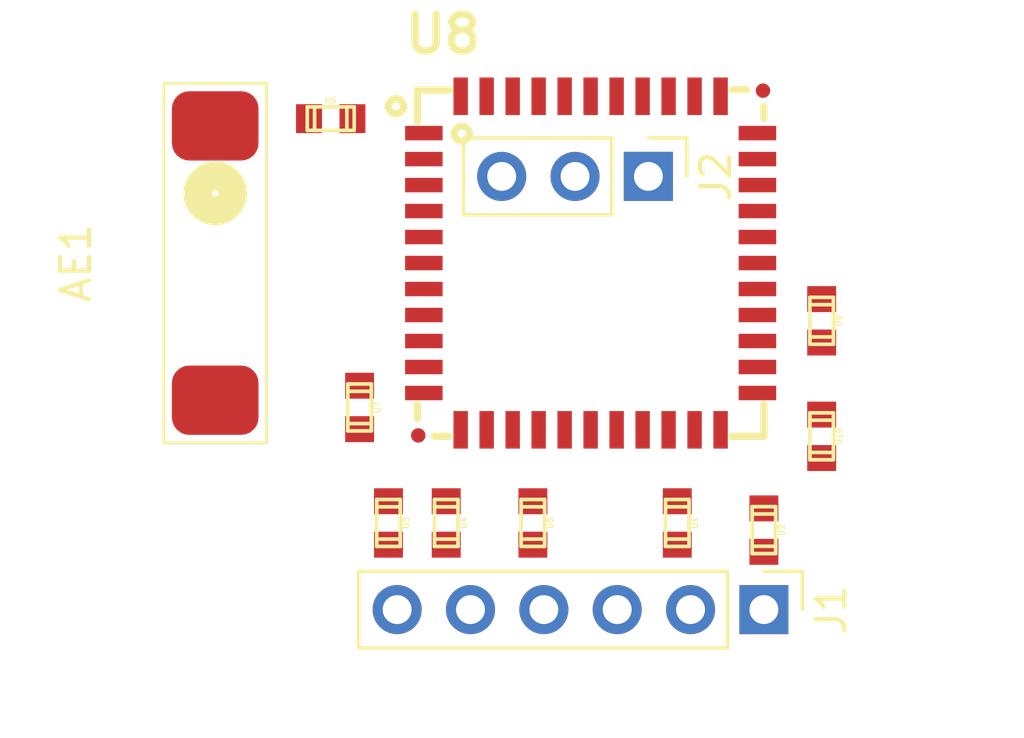
<source format=kicad_pcb>
(kicad_pcb (version 20171130) (host pcbnew 5.1.5-52549c5~86~ubuntu18.04.1)

  (general
    (thickness 1.6)
    (drawings 0)
    (tracks 0)
    (zones 0)
    (modules 13)
    (nets 17)
  )

  (page A4)
  (layers
    (0 F.Cu signal)
    (31 B.Cu signal)
    (32 B.Adhes user)
    (33 F.Adhes user)
    (34 B.Paste user)
    (35 F.Paste user)
    (36 B.SilkS user)
    (37 F.SilkS user)
    (38 B.Mask user)
    (39 F.Mask user)
    (40 Dwgs.User user)
    (41 Cmts.User user)
    (42 Eco1.User user)
    (43 Eco2.User user)
    (44 Edge.Cuts user)
    (45 Margin user)
    (46 B.CrtYd user)
    (47 F.CrtYd user)
    (48 B.Fab user)
    (49 F.Fab user)
  )

  (setup
    (last_trace_width 0.25)
    (trace_clearance 0.2)
    (zone_clearance 0.508)
    (zone_45_only no)
    (trace_min 0.2)
    (via_size 0.8)
    (via_drill 0.4)
    (via_min_size 0.4)
    (via_min_drill 0.3)
    (uvia_size 0.3)
    (uvia_drill 0.1)
    (uvias_allowed no)
    (uvia_min_size 0.2)
    (uvia_min_drill 0.1)
    (edge_width 0.05)
    (segment_width 0.2)
    (pcb_text_width 0.3)
    (pcb_text_size 1.5 1.5)
    (mod_edge_width 0.12)
    (mod_text_size 1 1)
    (mod_text_width 0.15)
    (pad_size 1.524 1.524)
    (pad_drill 0.762)
    (pad_to_mask_clearance 0.051)
    (solder_mask_min_width 0.25)
    (aux_axis_origin 0 0)
    (visible_elements FFFFFF7F)
    (pcbplotparams
      (layerselection 0x010fc_ffffffff)
      (usegerberextensions false)
      (usegerberattributes false)
      (usegerberadvancedattributes false)
      (creategerberjobfile false)
      (excludeedgelayer true)
      (linewidth 1.000000)
      (plotframeref false)
      (viasonmask false)
      (mode 1)
      (useauxorigin false)
      (hpglpennumber 1)
      (hpglpenspeed 20)
      (hpglpendiameter 15.000000)
      (psnegative false)
      (psa4output false)
      (plotreference true)
      (plotvalue true)
      (plotinvisibletext false)
      (padsonsilk false)
      (subtractmaskfromsilk false)
      (outputformat 1)
      (mirror false)
      (drillshape 1)
      (scaleselection 1)
      (outputdirectory ""))
  )

  (net 0 "")
  (net 1 "Net-(AE1-Pad1)")
  (net 2 /SDC1_D2)
  (net 3 /SDC1_D3)
  (net 4 /SDC1_CMD)
  (net 5 /SDC1_CLK)
  (net 6 /SDC1_D0)
  (net 7 /SDC1_D1)
  (net 8 "Net-(J2-Pad3)")
  (net 9 "Net-(J2-Pad2)")
  (net 10 "Net-(J2-Pad1)")
  (net 11 +3V3)
  (net 12 "Net-(U6-Pad1)")
  (net 13 "Net-(U7-Pad1)")
  (net 14 GND)
  (net 15 "Net-(U8-Pad34)")
  (net 16 "Net-(U10-Pad2)")

  (net_class Default "This is the default net class."
    (clearance 0.2)
    (trace_width 0.25)
    (via_dia 0.8)
    (via_drill 0.4)
    (uvia_dia 0.3)
    (uvia_drill 0.1)
    (add_net +3V3)
    (add_net /BT_H_WK)
    (add_net /BT_WK)
    (add_net /SDC1_CLK)
    (add_net /SDC1_CMD)
    (add_net /SDC1_D0)
    (add_net /SDC1_D1)
    (add_net /SDC1_D2)
    (add_net /SDC1_D3)
    (add_net /WL_H_WK)
    (add_net GND)
    (add_net "Net-(AE1-Pad1)")
    (add_net "Net-(J2-Pad1)")
    (add_net "Net-(J2-Pad2)")
    (add_net "Net-(J2-Pad3)")
    (add_net "Net-(U10-Pad2)")
    (add_net "Net-(U6-Pad1)")
    (add_net "Net-(U7-Pad1)")
    (add_net "Net-(U8-Pad10)")
    (add_net "Net-(U8-Pad11)")
    (add_net "Net-(U8-Pad21)")
    (add_net "Net-(U8-Pad24)")
    (add_net "Net-(U8-Pad25)")
    (add_net "Net-(U8-Pad26)")
    (add_net "Net-(U8-Pad27)")
    (add_net "Net-(U8-Pad28)")
    (add_net "Net-(U8-Pad29)")
    (add_net "Net-(U8-Pad30)")
    (add_net "Net-(U8-Pad32)")
    (add_net "Net-(U8-Pad34)")
    (add_net "Net-(U8-Pad35)")
    (add_net "Net-(U8-Pad37)")
    (add_net "Net-(U8-Pad38)")
    (add_net "Net-(U8-Pad39)")
    (add_net "Net-(U8-Pad4)")
    (add_net "Net-(U8-Pad40)")
    (add_net "Net-(U8-Pad5)")
    (add_net "Net-(U8-Pad8)")
  )

  (module w_smd_resistors:r_0603 (layer F.Cu) (tedit 0) (tstamp 5EA47BF3)
    (at 37 25 270)
    (descr "SMT resistor, 0603")
    (path /5E5944D4)
    (fp_text reference U10 (at 0 -0.6096 90) (layer F.SilkS)
      (effects (font (size 0.20066 0.20066) (thickness 0.04064)))
    )
    (fp_text value "10KΩ,(1002),±1%,0603,C25804" (at 0 0.6096 90) (layer F.SilkS) hide
      (effects (font (size 0.20066 0.20066) (thickness 0.04064)))
    )
    (fp_line (start -0.8128 0.4064) (end -0.8128 -0.4064) (layer F.SilkS) (width 0.127))
    (fp_line (start 0.8128 0.4064) (end -0.8128 0.4064) (layer F.SilkS) (width 0.127))
    (fp_line (start 0.8128 -0.4064) (end 0.8128 0.4064) (layer F.SilkS) (width 0.127))
    (fp_line (start -0.8128 -0.4064) (end 0.8128 -0.4064) (layer F.SilkS) (width 0.127))
    (fp_line (start -0.5588 -0.381) (end -0.5588 0.4064) (layer F.SilkS) (width 0.127))
    (fp_line (start 0.5588 0.4064) (end 0.5588 -0.4064) (layer F.SilkS) (width 0.127))
    (pad 2 smd rect (at -0.75184 0 270) (size 0.89916 1.00076) (layers F.Cu F.Paste F.Mask)
      (net 16 "Net-(U10-Pad2)"))
    (pad 1 smd rect (at 0.75184 0 270) (size 0.89916 1.00076) (layers F.Cu F.Paste F.Mask)
      (net 11 +3V3))
    (model ${HOME}/_workspace/kicad/kicad_library/smisioto-footprints/modules/packages3d/walter/smd_resistors/r_0603.wrl
      (at (xyz 0 0 0))
      (scale (xyz 1 1 1))
      (rotate (xyz 0 0 0))
    )
  )

  (module w_smd_resistors:r_0603 (layer F.Cu) (tedit 0) (tstamp 5EA47E81)
    (at 37 21 270)
    (descr "SMT resistor, 0603")
    (path /5E5B14A7)
    (fp_text reference U9 (at 0 -0.6096 90) (layer F.SilkS)
      (effects (font (size 0.20066 0.20066) (thickness 0.04064)))
    )
    (fp_text value "100KΩ,(1003),±1%,0603,C25803" (at 0 0.6096 90) (layer F.SilkS) hide
      (effects (font (size 0.20066 0.20066) (thickness 0.04064)))
    )
    (fp_line (start -0.8128 0.4064) (end -0.8128 -0.4064) (layer F.SilkS) (width 0.127))
    (fp_line (start 0.8128 0.4064) (end -0.8128 0.4064) (layer F.SilkS) (width 0.127))
    (fp_line (start 0.8128 -0.4064) (end 0.8128 0.4064) (layer F.SilkS) (width 0.127))
    (fp_line (start -0.8128 -0.4064) (end 0.8128 -0.4064) (layer F.SilkS) (width 0.127))
    (fp_line (start -0.5588 -0.381) (end -0.5588 0.4064) (layer F.SilkS) (width 0.127))
    (fp_line (start 0.5588 0.4064) (end 0.5588 -0.4064) (layer F.SilkS) (width 0.127))
    (pad 2 smd rect (at -0.75184 0 270) (size 0.89916 1.00076) (layers F.Cu F.Paste F.Mask)
      (net 15 "Net-(U8-Pad34)"))
    (pad 1 smd rect (at 0.75184 0 270) (size 0.89916 1.00076) (layers F.Cu F.Paste F.Mask)
      (net 11 +3V3))
    (model ${HOME}/_workspace/kicad/kicad_library/smisioto-footprints/modules/packages3d/walter/smd_resistors/r_0603.wrl
      (at (xyz 0 0 0))
      (scale (xyz 1 1 1))
      (rotate (xyz 0 0 0))
    )
  )

  (module "footprint-lib:RL-SM02BD(RTL8723BS)" (layer F.Cu) (tedit 56976471) (tstamp 5EA47BDB)
    (at 29 19)
    (path /5E58D194)
    (attr smd)
    (fp_text reference U8 (at -5.11 -7.92) (layer F.SilkS)
      (effects (font (size 1.27 1.27) (thickness 0.254)))
    )
    (fp_text value RTL8723BS (at 0.39 8.94) (layer F.Fab)
      (effects (font (size 1.27 1.27) (thickness 0.254)))
    )
    (fp_text user "Rotation Still NOT Checked!!!" (at 0.762 11.684) (layer F.Adhes)
      (effects (font (size 1.27 1.27) (thickness 0.254)))
    )
    (fp_line (start -5.13 5.13) (end -5.13 -5.13) (layer F.Fab) (width 0.254))
    (fp_line (start 5.13 5.13) (end -5.13 5.13) (layer F.Fab) (width 0.254))
    (fp_line (start 5.13 -5.13) (end 5.13 5.13) (layer F.Fab) (width 0.254))
    (fp_line (start -5.13 -5.13) (end 5.13 -5.13) (layer F.Fab) (width 0.254))
    (fp_text user "With the Plastic Feeder!" (at 1.016 13.843) (layer F.Adhes)
      (effects (font (size 1.27 1.27) (thickness 0.254)))
    )
    (fp_line (start -6 -5.99) (end -4.89 -5.99) (layer F.SilkS) (width 0.254))
    (fp_line (start -6 -5.99) (end -6 -4.89) (layer F.SilkS) (width 0.254))
    (fp_line (start 6 6) (end 6 4.89) (layer F.SilkS) (width 0.254))
    (fp_line (start 6 6) (end 4.89 6) (layer F.SilkS) (width 0.254))
    (fp_circle (center -4.46 -4.48) (end -4.21 -4.56) (layer F.SilkS) (width 0.254))
    (fp_circle (center -6.74 -5.43) (end -6.49 -5.51) (layer F.SilkS) (width 0.254))
    (fp_line (start -5.41 6) (end -4.91 6) (layer F.SilkS) (width 0.254))
    (fp_line (start -6 4.9) (end -6 5.39) (layer F.SilkS) (width 0.254))
    (fp_line (start 6 -5) (end 6 -5.42) (layer F.SilkS) (width 0.254))
    (fp_line (start 4.92 -6) (end 5.41 -6) (layer F.SilkS) (width 0.254))
    (pad FID1 smd circle (at -5.969 5.969 270) (size 0.5 0.5) (layers F.Cu F.Mask)
      (solder_mask_margin 0.05))
    (pad 44 smd rect (at -4.5 -5.775 270) (size 1.3 0.5) (layers F.Cu F.Paste F.Mask)
      (net 8 "Net-(J2-Pad3)") (solder_mask_margin 0.05))
    (pad 43 smd rect (at -3.6 -5.775 270) (size 1.3 0.5) (layers F.Cu F.Paste F.Mask)
      (net 9 "Net-(J2-Pad2)") (solder_mask_margin 0.05))
    (pad 42 smd rect (at -2.7 -5.775 270) (size 1.3 0.5) (layers F.Cu F.Paste F.Mask)
      (net 10 "Net-(J2-Pad1)") (solder_mask_margin 0.05))
    (pad 41 smd rect (at -1.8 -5.775 270) (size 1.3 0.5) (layers F.Cu F.Paste F.Mask)
      (net 14 GND) (solder_mask_margin 0.05))
    (pad 40 smd rect (at -0.9 -5.775 270) (size 1.3 0.5) (layers F.Cu F.Paste F.Mask)
      (solder_mask_margin 0.05))
    (pad 39 smd rect (at 0 -5.775 270) (size 1.3 0.5) (layers F.Cu F.Paste F.Mask)
      (solder_mask_margin 0.05))
    (pad 38 smd rect (at 0.9 -5.775 270) (size 1.3 0.5) (layers F.Cu F.Paste F.Mask)
      (solder_mask_margin 0.05))
    (pad 37 smd rect (at 1.8 -5.775 270) (size 1.3 0.5) (layers F.Cu F.Paste F.Mask)
      (solder_mask_margin 0.05))
    (pad 36 smd rect (at 2.7 -5.775 270) (size 1.3 0.5) (layers F.Cu F.Paste F.Mask)
      (net 14 GND) (solder_mask_margin 0.05))
    (pad 35 smd rect (at 3.6 -5.775 270) (size 1.3 0.5) (layers F.Cu F.Paste F.Mask)
      (solder_mask_margin 0.05))
    (pad 34 smd rect (at 4.5 -5.775 270) (size 1.3 0.5) (layers F.Cu F.Paste F.Mask)
      (net 15 "Net-(U8-Pad34)") (solder_mask_margin 0.05))
    (pad 33 smd rect (at 5.775 -4.5 180) (size 1.3 0.5) (layers F.Cu F.Paste F.Mask)
      (net 14 GND) (solder_mask_margin 0.05))
    (pad 32 smd rect (at 5.775 -3.6 180) (size 1.3 0.5) (layers F.Cu F.Paste F.Mask)
      (solder_mask_margin 0.05))
    (pad 31 smd rect (at 5.775 -2.7 180) (size 1.3 0.5) (layers F.Cu F.Paste F.Mask)
      (net 14 GND) (solder_mask_margin 0.05))
    (pad 30 smd rect (at 5.775 -1.8 180) (size 1.3 0.5) (layers F.Cu F.Paste F.Mask)
      (solder_mask_margin 0.05))
    (pad 29 smd rect (at 5.775 -0.9 180) (size 1.3 0.5) (layers F.Cu F.Paste F.Mask)
      (solder_mask_margin 0.05))
    (pad 28 smd rect (at 5.775 0 180) (size 1.3 0.5) (layers F.Cu F.Paste F.Mask)
      (solder_mask_margin 0.05))
    (pad 27 smd rect (at 5.775 0.9 180) (size 1.3 0.5) (layers F.Cu F.Paste F.Mask)
      (solder_mask_margin 0.05))
    (pad 26 smd rect (at 5.775 1.8 180) (size 1.3 0.5) (layers F.Cu F.Paste F.Mask)
      (solder_mask_margin 0.05))
    (pad 25 smd rect (at 5.775 2.7 180) (size 1.3 0.5) (layers F.Cu F.Paste F.Mask)
      (solder_mask_margin 0.05))
    (pad 24 smd rect (at 5.775 3.6 180) (size 1.3 0.5) (layers F.Cu F.Paste F.Mask)
      (solder_mask_margin 0.05))
    (pad 23 smd rect (at 5.775 4.5 180) (size 1.3 0.5) (layers F.Cu F.Paste F.Mask)
      (net 16 "Net-(U10-Pad2)") (solder_mask_margin 0.05))
    (pad 22 smd rect (at 4.5 5.775 90) (size 1.3 0.5) (layers F.Cu F.Paste F.Mask)
      (net 11 +3V3) (solder_mask_margin 0.05))
    (pad 21 smd rect (at 3.6 5.775 90) (size 1.3 0.5) (layers F.Cu F.Paste F.Mask)
      (solder_mask_margin 0.05))
    (pad 20 smd rect (at 2.7 5.775 90) (size 1.3 0.5) (layers F.Cu F.Paste F.Mask)
      (net 14 GND) (solder_mask_margin 0.05))
    (pad 19 smd rect (at 1.8 5.775 90) (size 1.3 0.5) (layers F.Cu F.Paste F.Mask)
      (net 7 /SDC1_D1) (solder_mask_margin 0.05))
    (pad 18 smd rect (at 0.9 5.775 90) (size 1.3 0.5) (layers F.Cu F.Paste F.Mask)
      (net 6 /SDC1_D0) (solder_mask_margin 0.05))
    (pad 17 smd rect (at 0 5.775 90) (size 1.3 0.5) (layers F.Cu F.Paste F.Mask)
      (net 5 /SDC1_CLK) (solder_mask_margin 0.05))
    (pad 16 smd rect (at -0.9 5.775 90) (size 1.3 0.5) (layers F.Cu F.Paste F.Mask)
      (net 4 /SDC1_CMD) (solder_mask_margin 0.05))
    (pad 15 smd rect (at -1.8 5.775 90) (size 1.3 0.5) (layers F.Cu F.Paste F.Mask)
      (net 3 /SDC1_D3) (solder_mask_margin 0.05))
    (pad 14 smd rect (at -2.7 5.775 90) (size 1.3 0.5) (layers F.Cu F.Paste F.Mask)
      (net 2 /SDC1_D2) (solder_mask_margin 0.05))
    (pad 13 smd rect (at -3.6 5.775 90) (size 1.3 0.5) (layers F.Cu F.Paste F.Mask)
      (solder_mask_margin 0.05))
    (pad 12 smd rect (at -4.5 5.775 90) (size 1.3 0.5) (layers F.Cu F.Paste F.Mask)
      (net 13 "Net-(U7-Pad1)") (solder_mask_margin 0.05))
    (pad 11 smd rect (at -5.775 4.5) (size 1.3 0.5) (layers F.Cu F.Paste F.Mask)
      (solder_mask_margin 0.05))
    (pad 10 smd rect (at -5.775 3.6) (size 1.3 0.5) (layers F.Cu F.Paste F.Mask)
      (solder_mask_margin 0.05))
    (pad 9 smd rect (at -5.775 2.7) (size 1.3 0.5) (layers F.Cu F.Paste F.Mask)
      (net 11 +3V3) (solder_mask_margin 0.05))
    (pad 8 smd rect (at -5.775 1.8) (size 1.3 0.5) (layers F.Cu F.Paste F.Mask)
      (solder_mask_margin 0.05))
    (pad 7 smd rect (at -5.775 0.9) (size 1.3 0.5) (layers F.Cu F.Paste F.Mask)
      (solder_mask_margin 0.05))
    (pad 6 smd rect (at -5.775 0) (size 1.3 0.5) (layers F.Cu F.Paste F.Mask)
      (solder_mask_margin 0.05))
    (pad 5 smd rect (at -5.775 -0.9) (size 1.3 0.5) (layers F.Cu F.Paste F.Mask)
      (solder_mask_margin 0.05))
    (pad 4 smd rect (at -5.775 -1.8) (size 1.3 0.5) (layers F.Cu F.Paste F.Mask)
      (solder_mask_margin 0.05))
    (pad 3 smd rect (at -5.775 -2.7) (size 1.3 0.5) (layers F.Cu F.Paste F.Mask)
      (net 14 GND) (solder_mask_margin 0.05))
    (pad 2 smd rect (at -5.775 -3.6) (size 1.3 0.5) (layers F.Cu F.Paste F.Mask)
      (net 12 "Net-(U6-Pad1)") (solder_mask_margin 0.05))
    (pad 1 smd rect (at -5.775 -4.5) (size 1.3 0.5) (layers F.Cu F.Paste F.Mask)
      (net 14 GND) (solder_mask_margin 0.05))
    (pad FID2 smd circle (at 5.969 -5.969 270) (size 0.5 0.5) (layers F.Cu F.Mask)
      (solder_mask_margin 0.05))
  )

  (module w_smd_resistors:r_0603 (layer F.Cu) (tedit 0) (tstamp 5EA47B99)
    (at 21 24 270)
    (descr "SMT resistor, 0603")
    (path /5E5B5081)
    (fp_text reference U7 (at 0 -0.6096 90) (layer F.SilkS)
      (effects (font (size 0.20066 0.20066) (thickness 0.04064)))
    )
    (fp_text value "100KΩ,(1003),±1%,0603,C25803" (at 0 0.6096 90) (layer F.SilkS) hide
      (effects (font (size 0.20066 0.20066) (thickness 0.04064)))
    )
    (fp_line (start -0.8128 0.4064) (end -0.8128 -0.4064) (layer F.SilkS) (width 0.127))
    (fp_line (start 0.8128 0.4064) (end -0.8128 0.4064) (layer F.SilkS) (width 0.127))
    (fp_line (start 0.8128 -0.4064) (end 0.8128 0.4064) (layer F.SilkS) (width 0.127))
    (fp_line (start -0.8128 -0.4064) (end 0.8128 -0.4064) (layer F.SilkS) (width 0.127))
    (fp_line (start -0.5588 -0.381) (end -0.5588 0.4064) (layer F.SilkS) (width 0.127))
    (fp_line (start 0.5588 0.4064) (end 0.5588 -0.4064) (layer F.SilkS) (width 0.127))
    (pad 2 smd rect (at -0.75184 0 270) (size 0.89916 1.00076) (layers F.Cu F.Paste F.Mask)
      (net 11 +3V3))
    (pad 1 smd rect (at 0.75184 0 270) (size 0.89916 1.00076) (layers F.Cu F.Paste F.Mask)
      (net 13 "Net-(U7-Pad1)"))
    (model ${HOME}/_workspace/kicad/kicad_library/smisioto-footprints/modules/packages3d/walter/smd_resistors/r_0603.wrl
      (at (xyz 0 0 0))
      (scale (xyz 1 1 1))
      (rotate (xyz 0 0 0))
    )
  )

  (module w_smd_cap:c_0603 (layer F.Cu) (tedit 0) (tstamp 5EA47B8D)
    (at 20 14)
    (descr "SMT capacitor, 0603")
    (path /5E5E0713)
    (fp_text reference U6 (at 0 -0.635) (layer F.SilkS)
      (effects (font (size 0.20066 0.20066) (thickness 0.04064)))
    )
    (fp_text value "33pF,(330),±5%,50V,C0G,0603,C1663" (at 0 0.635) (layer F.SilkS) hide
      (effects (font (size 0.20066 0.20066) (thickness 0.04064)))
    )
    (fp_line (start -0.8128 0.4064) (end -0.8128 -0.4064) (layer F.SilkS) (width 0.127))
    (fp_line (start 0.8128 0.4064) (end -0.8128 0.4064) (layer F.SilkS) (width 0.127))
    (fp_line (start 0.8128 -0.4064) (end 0.8128 0.4064) (layer F.SilkS) (width 0.127))
    (fp_line (start -0.8128 -0.4064) (end 0.8128 -0.4064) (layer F.SilkS) (width 0.127))
    (fp_line (start -0.5588 -0.381) (end -0.5588 0.4064) (layer F.SilkS) (width 0.127))
    (fp_line (start 0.5588 0.4064) (end 0.5588 -0.4064) (layer F.SilkS) (width 0.127))
    (pad 2 smd rect (at -0.75184 0) (size 0.89916 1.00076) (layers F.Cu F.Paste F.Mask)
      (net 1 "Net-(AE1-Pad1)"))
    (pad 1 smd rect (at 0.75184 0) (size 0.89916 1.00076) (layers F.Cu F.Paste F.Mask)
      (net 12 "Net-(U6-Pad1)"))
    (model ${HOME}/_workspace/kicad/kicad_library/smisioto-footprints/modules/packages3d/walter/smd_cap/c_0603.wrl
      (at (xyz 0 0 0))
      (scale (xyz 1 1 1))
      (rotate (xyz 0 0 0))
    )
  )

  (module w_smd_resistors:r_0603 (layer F.Cu) (tedit 0) (tstamp 5EA4852C)
    (at 27 28 270)
    (descr "SMT resistor, 0603")
    (path /5E5A31FD)
    (fp_text reference U5 (at 0 -0.6096 90) (layer F.SilkS)
      (effects (font (size 0.20066 0.20066) (thickness 0.04064)))
    )
    (fp_text value "47KΩ,(4702),±1%,0603,C25819" (at 0 0.6096 90) (layer F.SilkS) hide
      (effects (font (size 0.20066 0.20066) (thickness 0.04064)))
    )
    (fp_line (start -0.8128 0.4064) (end -0.8128 -0.4064) (layer F.SilkS) (width 0.127))
    (fp_line (start 0.8128 0.4064) (end -0.8128 0.4064) (layer F.SilkS) (width 0.127))
    (fp_line (start 0.8128 -0.4064) (end 0.8128 0.4064) (layer F.SilkS) (width 0.127))
    (fp_line (start -0.8128 -0.4064) (end 0.8128 -0.4064) (layer F.SilkS) (width 0.127))
    (fp_line (start -0.5588 -0.381) (end -0.5588 0.4064) (layer F.SilkS) (width 0.127))
    (fp_line (start 0.5588 0.4064) (end 0.5588 -0.4064) (layer F.SilkS) (width 0.127))
    (pad 2 smd rect (at -0.75184 0 270) (size 0.89916 1.00076) (layers F.Cu F.Paste F.Mask)
      (net 11 +3V3))
    (pad 1 smd rect (at 0.75184 0 270) (size 0.89916 1.00076) (layers F.Cu F.Paste F.Mask)
      (net 4 /SDC1_CMD))
    (model ${HOME}/_workspace/kicad/kicad_library/smisioto-footprints/modules/packages3d/walter/smd_resistors/r_0603.wrl
      (at (xyz 0 0 0))
      (scale (xyz 1 1 1))
      (rotate (xyz 0 0 0))
    )
  )

  (module w_smd_resistors:r_0603 (layer F.Cu) (tedit 0) (tstamp 5EA47B75)
    (at 24 28 270)
    (descr "SMT resistor, 0603")
    (path /5E5A302E)
    (fp_text reference U4 (at 0 -0.6096 90) (layer F.SilkS)
      (effects (font (size 0.20066 0.20066) (thickness 0.04064)))
    )
    (fp_text value "47KΩ,(4702),±1%,0603,C25819" (at 0 0.6096 90) (layer F.SilkS) hide
      (effects (font (size 0.20066 0.20066) (thickness 0.04064)))
    )
    (fp_line (start -0.8128 0.4064) (end -0.8128 -0.4064) (layer F.SilkS) (width 0.127))
    (fp_line (start 0.8128 0.4064) (end -0.8128 0.4064) (layer F.SilkS) (width 0.127))
    (fp_line (start 0.8128 -0.4064) (end 0.8128 0.4064) (layer F.SilkS) (width 0.127))
    (fp_line (start -0.8128 -0.4064) (end 0.8128 -0.4064) (layer F.SilkS) (width 0.127))
    (fp_line (start -0.5588 -0.381) (end -0.5588 0.4064) (layer F.SilkS) (width 0.127))
    (fp_line (start 0.5588 0.4064) (end 0.5588 -0.4064) (layer F.SilkS) (width 0.127))
    (pad 2 smd rect (at -0.75184 0 270) (size 0.89916 1.00076) (layers F.Cu F.Paste F.Mask)
      (net 11 +3V3))
    (pad 1 smd rect (at 0.75184 0 270) (size 0.89916 1.00076) (layers F.Cu F.Paste F.Mask)
      (net 3 /SDC1_D3))
    (model ${HOME}/_workspace/kicad/kicad_library/smisioto-footprints/modules/packages3d/walter/smd_resistors/r_0603.wrl
      (at (xyz 0 0 0))
      (scale (xyz 1 1 1))
      (rotate (xyz 0 0 0))
    )
  )

  (module w_smd_resistors:r_0603 (layer F.Cu) (tedit 0) (tstamp 5EA47B69)
    (at 22 28 270)
    (descr "SMT resistor, 0603")
    (path /5E5A2DF7)
    (fp_text reference U3 (at 0 -0.6096 90) (layer F.SilkS)
      (effects (font (size 0.20066 0.20066) (thickness 0.04064)))
    )
    (fp_text value "47KΩ,(4702),±1%,0603,C25819" (at 0 0.6096 90) (layer F.SilkS) hide
      (effects (font (size 0.20066 0.20066) (thickness 0.04064)))
    )
    (fp_line (start -0.8128 0.4064) (end -0.8128 -0.4064) (layer F.SilkS) (width 0.127))
    (fp_line (start 0.8128 0.4064) (end -0.8128 0.4064) (layer F.SilkS) (width 0.127))
    (fp_line (start 0.8128 -0.4064) (end 0.8128 0.4064) (layer F.SilkS) (width 0.127))
    (fp_line (start -0.8128 -0.4064) (end 0.8128 -0.4064) (layer F.SilkS) (width 0.127))
    (fp_line (start -0.5588 -0.381) (end -0.5588 0.4064) (layer F.SilkS) (width 0.127))
    (fp_line (start 0.5588 0.4064) (end 0.5588 -0.4064) (layer F.SilkS) (width 0.127))
    (pad 2 smd rect (at -0.75184 0 270) (size 0.89916 1.00076) (layers F.Cu F.Paste F.Mask)
      (net 11 +3V3))
    (pad 1 smd rect (at 0.75184 0 270) (size 0.89916 1.00076) (layers F.Cu F.Paste F.Mask)
      (net 2 /SDC1_D2))
    (model ${HOME}/_workspace/kicad/kicad_library/smisioto-footprints/modules/packages3d/walter/smd_resistors/r_0603.wrl
      (at (xyz 0 0 0))
      (scale (xyz 1 1 1))
      (rotate (xyz 0 0 0))
    )
  )

  (module w_smd_resistors:r_0603 (layer F.Cu) (tedit 0) (tstamp 5EA47B5D)
    (at 35.000001 28.24816 270)
    (descr "SMT resistor, 0603")
    (path /5E5A2C30)
    (fp_text reference U2 (at 0 -0.6096 90) (layer F.SilkS)
      (effects (font (size 0.20066 0.20066) (thickness 0.04064)))
    )
    (fp_text value "47KΩ,(4702),±1%,0603,C25819" (at 0 0.6096 90) (layer F.SilkS) hide
      (effects (font (size 0.20066 0.20066) (thickness 0.04064)))
    )
    (fp_line (start -0.8128 0.4064) (end -0.8128 -0.4064) (layer F.SilkS) (width 0.127))
    (fp_line (start 0.8128 0.4064) (end -0.8128 0.4064) (layer F.SilkS) (width 0.127))
    (fp_line (start 0.8128 -0.4064) (end 0.8128 0.4064) (layer F.SilkS) (width 0.127))
    (fp_line (start -0.8128 -0.4064) (end 0.8128 -0.4064) (layer F.SilkS) (width 0.127))
    (fp_line (start -0.5588 -0.381) (end -0.5588 0.4064) (layer F.SilkS) (width 0.127))
    (fp_line (start 0.5588 0.4064) (end 0.5588 -0.4064) (layer F.SilkS) (width 0.127))
    (pad 2 smd rect (at -0.75184 0 270) (size 0.89916 1.00076) (layers F.Cu F.Paste F.Mask)
      (net 11 +3V3))
    (pad 1 smd rect (at 0.75184 0 270) (size 0.89916 1.00076) (layers F.Cu F.Paste F.Mask)
      (net 7 /SDC1_D1))
    (model ${HOME}/_workspace/kicad/kicad_library/smisioto-footprints/modules/packages3d/walter/smd_resistors/r_0603.wrl
      (at (xyz 0 0 0))
      (scale (xyz 1 1 1))
      (rotate (xyz 0 0 0))
    )
  )

  (module w_smd_resistors:r_0603 (layer F.Cu) (tedit 0) (tstamp 5EA47B51)
    (at 32 28 270)
    (descr "SMT resistor, 0603")
    (path /5E5A1C63)
    (fp_text reference U1 (at 0 -0.6096 90) (layer F.SilkS)
      (effects (font (size 0.20066 0.20066) (thickness 0.04064)))
    )
    (fp_text value "47KΩ,(4702),±1%,0603,C25819" (at 0 0.6096 90) (layer F.SilkS) hide
      (effects (font (size 0.20066 0.20066) (thickness 0.04064)))
    )
    (fp_line (start -0.8128 0.4064) (end -0.8128 -0.4064) (layer F.SilkS) (width 0.127))
    (fp_line (start 0.8128 0.4064) (end -0.8128 0.4064) (layer F.SilkS) (width 0.127))
    (fp_line (start 0.8128 -0.4064) (end 0.8128 0.4064) (layer F.SilkS) (width 0.127))
    (fp_line (start -0.8128 -0.4064) (end 0.8128 -0.4064) (layer F.SilkS) (width 0.127))
    (fp_line (start -0.5588 -0.381) (end -0.5588 0.4064) (layer F.SilkS) (width 0.127))
    (fp_line (start 0.5588 0.4064) (end 0.5588 -0.4064) (layer F.SilkS) (width 0.127))
    (pad 2 smd rect (at -0.75184 0 270) (size 0.89916 1.00076) (layers F.Cu F.Paste F.Mask)
      (net 11 +3V3))
    (pad 1 smd rect (at 0.75184 0 270) (size 0.89916 1.00076) (layers F.Cu F.Paste F.Mask)
      (net 6 /SDC1_D0))
    (model ${HOME}/_workspace/kicad/kicad_library/smisioto-footprints/modules/packages3d/walter/smd_resistors/r_0603.wrl
      (at (xyz 0 0 0))
      (scale (xyz 1 1 1))
      (rotate (xyz 0 0 0))
    )
  )

  (module Connector_PinHeader_2.54mm:PinHeader_1x03_P2.54mm_Vertical (layer F.Cu) (tedit 59FED5CC) (tstamp 5EA47B45)
    (at 31 16 270)
    (descr "Through hole straight pin header, 1x03, 2.54mm pitch, single row")
    (tags "Through hole pin header THT 1x03 2.54mm single row")
    (path /5E58EF3B)
    (fp_text reference J2 (at 0 -2.33 90) (layer F.SilkS)
      (effects (font (size 1 1) (thickness 0.15)))
    )
    (fp_text value UART_DEBUG (at 0 7.41 90) (layer F.Fab)
      (effects (font (size 1 1) (thickness 0.15)))
    )
    (fp_text user %R (at 0 2.54) (layer F.Fab)
      (effects (font (size 1 1) (thickness 0.15)))
    )
    (fp_line (start 1.8 -1.8) (end -1.8 -1.8) (layer F.CrtYd) (width 0.05))
    (fp_line (start 1.8 6.85) (end 1.8 -1.8) (layer F.CrtYd) (width 0.05))
    (fp_line (start -1.8 6.85) (end 1.8 6.85) (layer F.CrtYd) (width 0.05))
    (fp_line (start -1.8 -1.8) (end -1.8 6.85) (layer F.CrtYd) (width 0.05))
    (fp_line (start -1.33 -1.33) (end 0 -1.33) (layer F.SilkS) (width 0.12))
    (fp_line (start -1.33 0) (end -1.33 -1.33) (layer F.SilkS) (width 0.12))
    (fp_line (start -1.33 1.27) (end 1.33 1.27) (layer F.SilkS) (width 0.12))
    (fp_line (start 1.33 1.27) (end 1.33 6.41) (layer F.SilkS) (width 0.12))
    (fp_line (start -1.33 1.27) (end -1.33 6.41) (layer F.SilkS) (width 0.12))
    (fp_line (start -1.33 6.41) (end 1.33 6.41) (layer F.SilkS) (width 0.12))
    (fp_line (start -1.27 -0.635) (end -0.635 -1.27) (layer F.Fab) (width 0.1))
    (fp_line (start -1.27 6.35) (end -1.27 -0.635) (layer F.Fab) (width 0.1))
    (fp_line (start 1.27 6.35) (end -1.27 6.35) (layer F.Fab) (width 0.1))
    (fp_line (start 1.27 -1.27) (end 1.27 6.35) (layer F.Fab) (width 0.1))
    (fp_line (start -0.635 -1.27) (end 1.27 -1.27) (layer F.Fab) (width 0.1))
    (pad 3 thru_hole oval (at 0 5.08 270) (size 1.7 1.7) (drill 1) (layers *.Cu *.Mask)
      (net 8 "Net-(J2-Pad3)"))
    (pad 2 thru_hole oval (at 0 2.54 270) (size 1.7 1.7) (drill 1) (layers *.Cu *.Mask)
      (net 9 "Net-(J2-Pad2)"))
    (pad 1 thru_hole rect (at 0 0 270) (size 1.7 1.7) (drill 1) (layers *.Cu *.Mask)
      (net 10 "Net-(J2-Pad1)"))
    (model ${KISYS3DMOD}/Connector_PinHeader_2.54mm.3dshapes/PinHeader_1x03_P2.54mm_Vertical.wrl
      (at (xyz 0 0 0))
      (scale (xyz 1 1 1))
      (rotate (xyz 0 0 0))
    )
  )

  (module Connector_PinHeader_2.54mm:PinHeader_1x06_P2.54mm_Vertical (layer F.Cu) (tedit 59FED5CC) (tstamp 5EA47B2E)
    (at 35 31 270)
    (descr "Through hole straight pin header, 1x06, 2.54mm pitch, single row")
    (tags "Through hole pin header THT 1x06 2.54mm single row")
    (path /5E598990)
    (fp_text reference J1 (at 0 -2.33 90) (layer F.SilkS)
      (effects (font (size 1 1) (thickness 0.15)))
    )
    (fp_text value SDC_DEBUG (at 0 15.03 90) (layer F.Fab)
      (effects (font (size 1 1) (thickness 0.15)))
    )
    (fp_text user %R (at 0 6.35) (layer F.Fab)
      (effects (font (size 1 1) (thickness 0.15)))
    )
    (fp_line (start 1.8 -1.8) (end -1.8 -1.8) (layer F.CrtYd) (width 0.05))
    (fp_line (start 1.8 14.5) (end 1.8 -1.8) (layer F.CrtYd) (width 0.05))
    (fp_line (start -1.8 14.5) (end 1.8 14.5) (layer F.CrtYd) (width 0.05))
    (fp_line (start -1.8 -1.8) (end -1.8 14.5) (layer F.CrtYd) (width 0.05))
    (fp_line (start -1.33 -1.33) (end 0 -1.33) (layer F.SilkS) (width 0.12))
    (fp_line (start -1.33 0) (end -1.33 -1.33) (layer F.SilkS) (width 0.12))
    (fp_line (start -1.33 1.27) (end 1.33 1.27) (layer F.SilkS) (width 0.12))
    (fp_line (start 1.33 1.27) (end 1.33 14.03) (layer F.SilkS) (width 0.12))
    (fp_line (start -1.33 1.27) (end -1.33 14.03) (layer F.SilkS) (width 0.12))
    (fp_line (start -1.33 14.03) (end 1.33 14.03) (layer F.SilkS) (width 0.12))
    (fp_line (start -1.27 -0.635) (end -0.635 -1.27) (layer F.Fab) (width 0.1))
    (fp_line (start -1.27 13.97) (end -1.27 -0.635) (layer F.Fab) (width 0.1))
    (fp_line (start 1.27 13.97) (end -1.27 13.97) (layer F.Fab) (width 0.1))
    (fp_line (start 1.27 -1.27) (end 1.27 13.97) (layer F.Fab) (width 0.1))
    (fp_line (start -0.635 -1.27) (end 1.27 -1.27) (layer F.Fab) (width 0.1))
    (pad 6 thru_hole oval (at 0 12.7 270) (size 1.7 1.7) (drill 1) (layers *.Cu *.Mask)
      (net 2 /SDC1_D2))
    (pad 5 thru_hole oval (at 0 10.16 270) (size 1.7 1.7) (drill 1) (layers *.Cu *.Mask)
      (net 3 /SDC1_D3))
    (pad 4 thru_hole oval (at 0 7.62 270) (size 1.7 1.7) (drill 1) (layers *.Cu *.Mask)
      (net 4 /SDC1_CMD))
    (pad 3 thru_hole oval (at 0 5.08 270) (size 1.7 1.7) (drill 1) (layers *.Cu *.Mask)
      (net 5 /SDC1_CLK))
    (pad 2 thru_hole oval (at 0 2.54 270) (size 1.7 1.7) (drill 1) (layers *.Cu *.Mask)
      (net 6 /SDC1_D0))
    (pad 1 thru_hole rect (at 0 0 270) (size 1.7 1.7) (drill 1) (layers *.Cu *.Mask)
      (net 7 /SDC1_D1))
    (model ${KISYS3DMOD}/Connector_PinHeader_2.54mm.3dshapes/PinHeader_1x06_P2.54mm_Vertical.wrl
      (at (xyz 0 0 0))
      (scale (xyz 1 1 1))
      (rotate (xyz 0 0 0))
    )
  )

  (module footprint-lib:rainsun-AN9520 (layer F.Cu) (tedit 5C14B02A) (tstamp 5EA47B14)
    (at 16 19 270)
    (path /5E5DDE20)
    (fp_text reference AE1 (at 0 4.826 90) (layer F.SilkS)
      (effects (font (size 1 1) (thickness 0.15)))
    )
    (fp_text value Antenna_Shield (at 0 6.604 90) (layer F.Fab)
      (effects (font (size 1 1) (thickness 0.15)))
    )
    (fp_line (start 14 -4) (end -7 -4) (layer F.Fab) (width 0.1))
    (fp_line (start 14 4) (end 14 -4) (layer F.Fab) (width 0.1))
    (fp_line (start -7 4) (end 14 4) (layer F.Fab) (width 0.1))
    (fp_line (start -7 -4) (end -7 4) (layer F.Fab) (width 0.1))
    (fp_line (start -6.223 -1.778) (end 6.223 -1.778) (layer F.SilkS) (width 0.1))
    (fp_line (start 6.223 1.778) (end 6.223 -1.778) (layer F.SilkS) (width 0.1))
    (fp_line (start -6.223 1.778) (end 6.223 1.778) (layer F.SilkS) (width 0.1))
    (fp_line (start -6.223 -1.778) (end -6.223 1.778) (layer F.SilkS) (width 0.1))
    (fp_circle (center -2.413 0) (end -2.313 0) (layer F.SilkS) (width 1))
    (pad ~ smd roundrect (at 4.75 0) (size 3 2.4) (layers F.Cu F.Paste F.Mask) (roundrect_rratio 0.25))
    (pad 1 smd roundrect (at -4.75 0) (size 3 2.4) (layers F.Cu F.Paste F.Mask) (roundrect_rratio 0.25)
      (net 1 "Net-(AE1-Pad1)"))
    (model /home/logic/_workspace/kicad/kicad_library/kicad-packages3d/rainsun-AN9520.wrl
      (at (xyz 0 0 0))
      (scale (xyz 0.4 0.4 0.4))
      (rotate (xyz -90 0 0))
    )
  )

)

</source>
